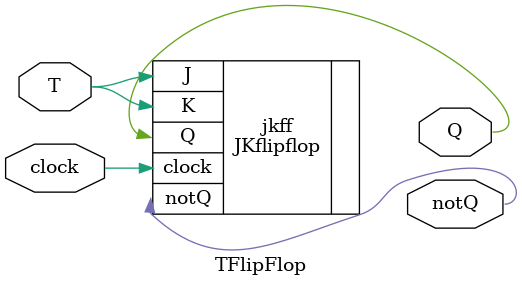
<source format=v>
module TFlipFlop(
input T,
input clock,
output Q, notQ
);


JKflipflop jkff (
.J(T),
.K(T),
.clock(clock),
.Q(Q),
.notQ(notQ)
);   

endmodule

</source>
